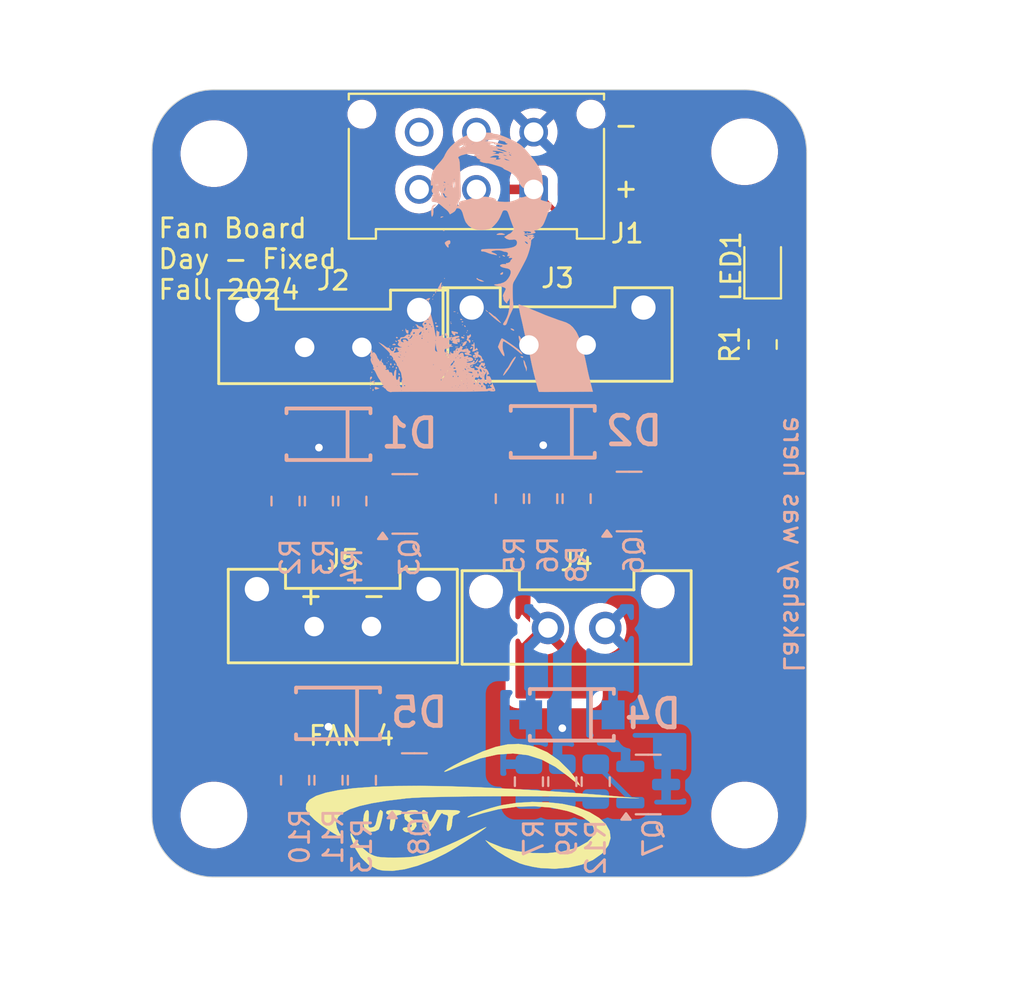
<source format=kicad_pcb>
(kicad_pcb (version 20240108) (generator "pcbnew") (generator_version "8.0")
  (layers (0 "F.Cu" signal) (31 "B.Cu" signal) (34 "B.Paste" user) (35 "F.Paste" user) (36 "B.SilkS" user "B.Silkscreen") (37 "F.SilkS" user "F.Silkscreen") (38 "B.Mask" user) (39 "F.Mask" user) (44 "Edge.Cuts" user))
  (net 0 "")
  (net 1 "/Driver1/FAN-")
  (net 2 "+12V")
  (net 3 "/Driver2/FAN-")
  (net 4 "GNDPWR")
  (net 5 "/Driver3/FAN-")
  (net 6 "/Driver4/FAN-")
  (net 7 "Net-(LED1-K)")
  (net 8 "/FAN1_BPS")
  (net 9 "/FAN2_BPS")
  (net 10 "/FAN3_BPS")
  (net 11 "/FAN4_BPS")
  (net 12 "Net-(Q3-G)")
  (net 13 "Net-(Q6-G)")
  (net 14 "Net-(Q7-G)")
  (net 15 "Net-(Q8-G)")
  (footprint "UTSVT_Connectors:Molex_MicroFit3.0_1x2xP3.00mm_PolarizingPeg_Vertical" (layer "F.Cu") (at 140.646762 71.19561)
    (property "Reference" "J3" (at 1.5 -3.5 0) (layer "F.SilkS"))
    (property "Value" "FAN7")
    (pad "" np_thru_hole circle (at -3 -1.96) (size 1.27 1.27) (drill 1.27) (layers "*.Cu" "*.Mask"))
    (pad "" np_thru_hole circle (at 6 -1.96) (size 1.27 1.27) (drill 1.27) (layers "*.Cu" "*.Mask"))
    (pad "1" thru_hole circle (at 0 0) (size 1.7 1.7) (drill 1.02) (layers "*.Cu" "*.Mask") (net 2 "+12V"))
    (pad "2" thru_hole circle (at 3 0) (size 1.7 1.7) (drill 1.02) (layers "*.Cu" "*.Mask") (net 3 "/Driver2/FAN-"))
  )
  (footprint "MountingHole:MountingHole_3mm" (layer "F.Cu") (at 151.946762 95.82061)
    (property "Reference" "H4" (hide yes))
    (property "Value" "MountingHole")
    (pad "" np_thru_hole circle (at 0 0) (size 3 3) (drill 3) (layers "*.Cu" "*.Mask"))
  )
  (footprint "Resistor_SMD:R_0805_2012Metric" (layer "F.Cu") (at 152.892762 71.17061 -90)
    (property "Reference" "R1" (at 0 1.716 90) (layer "F.SilkS"))
    (property "Value" "10k")
    (pad "1" smd roundrect (at -0.9125 0 270) (size 1.025 1.4) (layers "F.Cu" "F.Paste" "F.Mask") (roundrect_rratio 0.243902) (net 7 "Net-(LED1-K)"))
    (pad "2" smd roundrect (at 0.9125 0 270) (size 1.025 1.4) (layers "F.Cu" "F.Paste" "F.Mask") (roundrect_rratio 0.243902) (net 4 "GNDPWR"))
  )
  (footprint "LED_SMD:LED_0805_2012Metric" (layer "F.Cu") (at 152.892762 67.07061 90)
    (property "Reference" "LED1" (at 0 -1.65 90) (layer "F.SilkS"))
    (property "Value" "STATUS")
    (pad "1" smd roundrect (at -0.9375 0 90) (size 0.975 1.4) (layers "F.Cu" "F.Paste" "F.Mask") (net 7 "Net-(LED1-K)"))
    (pad "2" smd roundrect (at 0.9375 0 90) (size 0.975 1.4) (layers "F.Cu" "F.Paste" "F.Mask") (net 2 "+12V"))
  )
  (footprint "MountingHole:MountingHole_3mm" (layer "F.Cu") (at 151.946762 61.07061)
    (property "Reference" "H2" (hide yes))
    (property "Value" "MountingHole")
    (pad "" np_thru_hole circle (at 0 0) (size 3 3) (drill 3) (layers "*.Cu" "*.Mask"))
  )
  (footprint "MountingHole:MountingHole_3mm" (layer "F.Cu") (at 124.146762 61.17061)
    (property "Reference" "H1" (hide yes))
    (property "Value" "MountingHole")
    (pad "" np_thru_hole circle (at 0 0) (size 3 3) (drill 3) (layers "*.Cu" "*.Mask"))
  )
  (footprint "MountingHole:MountingHole_3mm" (layer "F.Cu") (at 124.146762 95.82061)
    (property "Reference" "H3" (hide yes))
    (property "Value" "MountingHole")
    (pad "" np_thru_hole circle (at 0 0) (size 3 3) (drill 3) (layers "*.Cu" "*.Mask"))
  )
  (footprint "UTSVT_Connectors:Molex_MicroFit3.0_1x2xP3.00mm_PolarizingPeg_Vertical" (layer "F.Cu") (at 141.646762 86.02061)
    (property "Reference" "J4" (at 1.5 -3.5 0) (layer "F.SilkS"))
    (property "Value" "FAN7")
    (pad "" np_thru_hole circle (at -3 -1.96) (size 1.27 1.27) (drill 1.27) (layers "*.Cu" "*.Mask"))
    (pad "" np_thru_hole circle (at 6 -1.96) (size 1.27 1.27) (drill 1.27) (layers "*.Cu" "*.Mask"))
    (pad "1" thru_hole circle (at 0 0) (size 1.7 1.7) (drill 1.02) (layers "*.Cu" "*.Mask") (net 2 "+12V"))
    (pad "2" thru_hole circle (at 3 0) (size 1.7 1.7) (drill 1.02) (layers "*.Cu" "*.Mask") (net 5 "/Driver3/FAN-"))
  )
  (footprint "UTSVT_Special:UTSVT_Logo_Symbol" (layer "F.Cu") (at 137.398762 95.55661)
    (property "Reference" "LOGO2" (hide yes))
    (property "Value" "UTSVT" (hide yes))
  )
  (footprint "UTSVT_Connectors:Molex_MicroFit3.0_1x2xP3.00mm_PolarizingPeg_Vertical" (layer "F.Cu") (at 128.896762 71.32061)
    (property "Reference" "J2" (at 1.5 -3.5 0) (layer "F.SilkS"))
    (property "Value" "FAN7")
    (pad "" np_thru_hole circle (at -3 -1.96) (size 1.27 1.27) (drill 1.27) (layers "*.Cu" "*.Mask"))
    (pad "" np_thru_hole circle (at 6 -1.96) (size 1.27 1.27) (drill 1.27) (layers "*.Cu" "*.Mask"))
    (pad "1" thru_hole circle (at 0 0) (size 1.7 1.7) (drill 1.02) (layers "*.Cu" "*.Mask") (net 2 "+12V"))
    (pad "2" thru_hole circle (at 3 0) (size 1.7 1.7) (drill 1.02) (layers "*.Cu" "*.Mask") (net 1 "/Driver1/FAN-"))
  )
  (footprint "Connector_Molex:Molex_Micro-Fit_3.0_43045-0612_2x03_P3.00mm_Vertical" (layer "F.Cu") (at 140.896762 63.04461 180)
    (property "Reference" "J1" (at -4.9 -2.31 180) (layer "F.SilkS"))
    (property "Value" "LDRBRDConn")
    (pad "" np_thru_hole circle (at -3 3.94 180) (size 1.02 1.02) (drill 1.02) (layers "*.Cu" "*.Mask"))
    (pad "" np_thru_hole circle (at 9 3.94 180) (size 1.02 1.02) (drill 1.02) (layers "*.Cu" "*.Mask"))
    (pad "1" thru_hole roundrect (at 0 0 180) (size 1.5 1.5) (drill 1.02) (layers "*.Cu" "*.Mask") (roundrect_rratio 0.166667) (net 2 "+12V"))
    (pad "2" thru_hole circle (at 3 0 180) (size 1.5 1.5) (drill 1.02) (layers "*.Cu" "*.Mask") (net 8 "/FAN1_BPS"))
    (pad "3" thru_hole circle (at 6 0 180) (size 1.5 1.5) (drill 1.02) (layers "*.Cu" "*.Mask") (net 9 "/FAN2_BPS"))
    (pad "4" thru_hole circle (at 0 3 180) (size 1.5 1.5) (drill 1.02) (layers "*.Cu" "*.Mask") (net 4 "GNDPWR"))
    (pad "5" thru_hole circle (at 3 3 180) (size 1.5 1.5) (drill 1.02) (layers "*.Cu" "*.Mask") (net 10 "/FAN3_BPS"))
    (pad "6" thru_hole circle (at 6 3 180) (size 1.5 1.5) (drill 1.02) (layers "*.Cu" "*.Mask") (net 11 "/FAN4_BPS"))
  )
  (footprint "UTSVT_Connectors:Molex_MicroFit3.0_1x2xP3.00mm_PolarizingPeg_Vertical" (layer "F.Cu") (at 129.396762 85.94561)
    (property "Reference" "J5" (at 1.5 -3.5 0) (layer "F.SilkS"))
    (property "Value" "FAN7")
    (pad "" np_thru_hole circle (at -3 -1.96) (size 1.27 1.27) (drill 1.27) (layers "*.Cu" "*.Mask"))
    (pad "" np_thru_hole circle (at 6 -1.96) (size 1.27 1.27) (drill 1.27) (layers "*.Cu" "*.Mask"))
    (pad "1" thru_hole circle (at 0 0) (size 1.7 1.7) (drill 1.02) (layers "*.Cu" "*.Mask") (net 2 "+12V"))
    (pad "2" thru_hole circle (at 3 0) (size 1.7 1.7) (drill 1.02) (layers "*.Cu" "*.Mask") (net 6 "/Driver4/FAN-"))
  )
  (footprint "Resistor_SMD:R_0805_2012Metric" (layer "B.Cu") (at 141.396762 79.24561 -90)
    (property "Reference" "R6" (at 2.95 -0.25 90) (layer "B.SilkS") (effects (justify mirror)))
    (property "Value" "100k")
    (pad "1" smd roundrect (at -0.9125 0 270) (size 1.025 1.4) (layers "B.Cu" "B.Paste" "B.Mask") (roundrect_rratio 0.243902) (net 4 "GNDPWR"))
    (pad "2" smd roundrect (at 0.9125 0 270) (size 1.025 1.4) (layers "B.Cu" "B.Paste" "B.Mask") (roundrect_rratio 0.243902) (net 9 "/FAN2_BPS"))
  )
  (footprint "Resistor_SMD:R_0805_2012Metric" (layer "B.Cu") (at 131.396762 79.37061 90)
    (property "Reference" "R4" (at -3.45 0 270) (layer "B.SilkS") (effects (justify mirror)))
    (property "Value" "100k")
    (pad "1" smd roundrect (at -0.9125 0 90) (size 1.025 1.4) (layers "B.Cu" "B.Paste" "B.Mask") (roundrect_rratio 0.243902) (net 8 "/FAN1_BPS"))
    (pad "2" smd roundrect (at 0.9125 0 90) (size 1.025 1.4) (layers "B.Cu" "B.Paste" "B.Mask") (roundrect_rratio 0.243902) (net 12 "Net-(Q3-G)"))
  )
  (footprint "Resistor_SMD:R_0805_2012Metric" (layer "B.Cu") (at 128.396762 93.99561 -90)
    (property "Reference" "R10" (at 2.95 -0.25 -90) (layer "B.SilkS") (effects (justify mirror)))
    (property "Value" "100k")
    (pad "1" smd roundrect (at -0.9125 0 270) (size 1.025 1.4) (layers "B.Cu" "B.Paste" "B.Mask") (roundrect_rratio 0.243902) (net 2 "+12V"))
    (pad "2" smd roundrect (at 0.9125 0 270) (size 1.025 1.4) (layers "B.Cu" "B.Paste" "B.Mask") (roundrect_rratio 0.243902) (net 11 "/FAN4_BPS"))
  )
  (footprint "Resistor_SMD:R_0805_2012Metric" (layer "B.Cu") (at 142.396762 94.07061 -90)
    (property "Reference" "R9" (at 2.95 -0.25 90) (layer "B.SilkS") (effects (justify mirror)))
    (property "Value" "100k")
    (pad "1" smd roundrect (at -0.9125 0 270) (size 1.025 1.4) (layers "B.Cu" "B.Paste" "B.Mask") (roundrect_rratio 0.243902) (net 4 "GNDPWR"))
    (pad "2" smd roundrect (at 0.9125 0 270) (size 1.025 1.4) (layers "B.Cu" "B.Paste" "B.Mask") (roundrect_rratio 0.243902) (net 10 "/FAN3_BPS"))
  )
  (footprint "Resistor_SMD:R_0805_2012Metric" (layer "B.Cu") (at 144.146762 94.07061 90)
    (property "Reference" "R12" (at -3.45 0 270) (layer "B.SilkS") (effects (justify mirror)))
    (property "Value" "100k")
    (pad "1" smd roundrect (at -0.9125 0 90) (size 1.025 1.4) (layers "B.Cu" "B.Paste" "B.Mask") (roundrect_rratio 0.243902) (net 10 "/FAN3_BPS"))
    (pad "2" smd roundrect (at 0.9125 0 90) (size 1.025 1.4) (layers "B.Cu" "B.Paste" "B.Mask") (roundrect_rratio 0.243902) (net 14 "Net-(Q7-G)"))
  )
  (footprint "Resistor_SMD:R_0805_2012Metric" (layer "B.Cu") (at 127.896762 79.37061 -90)
    (property "Reference" "R2" (at 2.95 -0.25 -90) (layer "B.SilkS") (effects (justify mirror)))
    (property "Value" "100k")
    (pad "1" smd roundrect (at -0.9125 0 270) (size 1.025 1.4) (layers "B.Cu" "B.Paste" "B.Mask") (roundrect_rratio 0.243902) (net 2 "+12V"))
    (pad "2" smd roundrect (at 0.9125 0 270) (size 1.025 1.4) (layers "B.Cu" "B.Paste" "B.Mask") (roundrect_rratio 0.243902) (net 8 "/FAN1_BPS"))
  )
  (footprint "Resistor_SMD:R_0805_2012Metric" (layer "B.Cu") (at 140.646762 94.07061 -90)
    (property "Reference" "R7" (at 2.95 -0.25 -90) (layer "B.SilkS") (effects (justify mirror)))
    (property "Value" "100k")
    (pad "1" smd roundrect (at -0.9125 0 270) (size 1.025 1.4) (layers "B.Cu" "B.Paste" "B.Mask") (roundrect_rratio 0.243902) (net 2 "+12V"))
    (pad "2" smd roundrect (at 0.9125 0 270) (size 1.025 1.4) (layers "B.Cu" "B.Paste" "B.Mask") (roundrect_rratio 0.243902) (net 10 "/FAN3_BPS"))
  )
  (footprint "UTSVT_Passive:DO-221AC" (layer "B.Cu") (at 130.646762 90.49561 180)
    (property "Reference" "D5" (at -4.25 0.05 180) (layer "B.SilkS") (effects (font (size 1.5 1.5) (thickness 0.25)) (justify mirror)))
    (property "Value" "VSSAF522-M3/H")
    (pad "1" smd rect (at 2.16 0 180) (size 1.2 1.52) (layers "B.Cu" "B.Paste" "B.Mask") (net 2 "+12V"))
    (pad "2" smd rect (at -2.16 0 180) (size 1.2 1.52) (layers "B.Cu" "B.Paste" "B.Mask") (net 6 "/Driver4/FAN-"))
  )
  (footprint "Resistor_SMD:R_0805_2012Metric" (layer "B.Cu") (at 130.146762 93.99561 -90)
    (property "Reference" "R11" (at 2.95 -0.25 90) (layer "B.SilkS") (effects (justify mirror)))
    (property "Value" "100k")
    (pad "1" smd roundrect (at -0.9125 0 270) (size 1.025 1.4) (layers "B.Cu" "B.Paste" "B.Mask") (roundrect_rratio 0.243902) (net 4 "GNDPWR"))
    (pad "2" smd roundrect (at 0.9125 0 270) (size 1.025 1.4) (layers "B.Cu" "B.Paste" "B.Mask") (roundrect_rratio 0.243902) (net 11 "/FAN4_BPS"))
  )
  (footprint "UTSVT_Passive:DO-221AC" (layer "B.Cu") (at 130.146762 75.87061 180)
    (property "Reference" "D1" (at -4.25 0.05 180) (layer "B.SilkS") (effects (font (size 1.5 1.5) (thickness 0.25)) (justify mirror)))
    (property "Value" "VSSAF522-M3/H")
    (pad "1" smd rect (at 2.16 0 180) (size 1.2 1.52) (layers "B.Cu" "B.Paste" "B.Mask") (net 2 "+12V"))
    (pad "2" smd rect (at -2.16 0 180) (size 1.2 1.52) (layers "B.Cu" "B.Paste" "B.Mask") (net 1 "/Driver1/FAN-"))
  )
  (footprint "Package_TO_SOT_SMD:SOT-23" (layer "B.Cu") (at 134.146762 79.52061)
    (property "Reference" "Q3" (at 0.25 2.8 90) (layer "B.SilkS") (effects (justify mirror)))
    (property "Value" "IRLML0030")
    (pad "1" smd roundrect (at -0.9375 0.95) (size 1.475 0.6) (layers "B.Cu" "B.Paste" "B.Mask") (net 12 "Net-(Q3-G)"))
    (pad "2" smd roundrect (at -0.9375 -0.95) (size 1.475 0.6) (layers "B.Cu" "B.Paste" "B.Mask") (net 4 "GNDPWR"))
    (pad "3" smd roundrect (at 0.9375 0) (size 1.475 0.6) (layers "B.Cu" "B.Paste" "B.Mask") (net 1 "/Driver1/FAN-"))
  )
  (footprint "UTSVT_Passive:DO-221AC" (layer "B.Cu") (at 141.896762 75.74561 180)
    (property "Reference" "D2" (at -4.25 0.05 180) (layer "B.SilkS") (effects (font (size 1.5 1.5) (thickness 0.25)) (justify mirror)))
    (property "Value" "VSSAF522-M3/H")
    (pad "1" smd rect (at 2.16 0 180) (size 1.2 1.52) (layers "B.Cu" "B.Paste" "B.Mask") (net 2 "+12V"))
    (pad "2" smd rect (at -2.16 0 180) (size 1.2 1.52) (layers "B.Cu" "B.Paste" "B.Mask") (net 3 "/Driver2/FAN-"))
  )
  (footprint "UTSVT_Special:Hallock_Image_Tiny" (layer "B.Cu") (at 138.637831 66.674467 180)
    (property "Reference" "LOGO1" (hide yes))
    (property "Value" "Hallock" (hide yes))
  )
  (footprint "Package_TO_SOT_SMD:SOT-23" (layer "B.Cu") (at 134.646762 94.14561)
    (property "Reference" "Q8" (at 0.25 2.8 90) (layer "B.SilkS") (effects (justify mirror)))
    (property "Value" "IRLML0030")
    (pad "1" smd roundrect (at -0.9375 0.95) (size 1.475 0.6) (layers "B.Cu" "B.Paste" "B.Mask") (net 15 "Net-(Q8-G)"))
    (pad "2" smd roundrect (at -0.9375 -0.95) (size 1.475 0.6) (layers "B.Cu" "B.Paste" "B.Mask") (net 4 "GNDPWR"))
    (pad "3" smd roundrect (at 0.9375 0) (size 1.475 0.6) (layers "B.Cu" "B.Paste" "B.Mask") (net 6 "/Driver4/FAN-"))
  )
  (footprint "Package_TO_SOT_SMD:SOT-23" (layer "B.Cu") (at 146.896762 94.22061)
    (property "Reference" "Q7" (at 0.25 2.8 90) (layer "B.SilkS") (effects (justify mirror)))
    (property "Value" "IRLML0030")
    (pad "1" smd roundrect (at -0.9375 0.95) (size 1.475 0.6) (layers "B.Cu" "B.Paste" "B.Mask") (net 14 "Net-(Q7-G)"))
    (pad "2" smd roundrect (at -0.9375 -0.95) (size 1.475 0.6) (layers "B.Cu" "B.Paste" "B.Mask") (net 4 "GNDPWR"))
    (pad "3" smd roundrect (at 0.9375 0) (size 1.475 0.6) (layers "B.Cu" "B.Paste" "B.Mask") (net 5 "/Driver3/FAN-"))
  )
  (footprint "Resistor_SMD:R_0805_2012Metric" (layer "B.Cu") (at 129.646762 79.37061 -90)
    (property "Reference" "R3" (at 2.95 -0.25 90) (layer "B.SilkS") (effects (justify mirror)))
    (property "Value" "100k")
    (pad "1" smd roundrect (at -0.9125 0 270) (size 1.025 1.4) (layers "B.Cu" "B.Paste" "B.Mask") (roundrect_rratio 0.243902) (net 4 "GNDPWR"))
    (pad "2" smd roundrect (at 0.9125 0 270) (size 1.025 1.4) (layers "B.Cu" "B.Paste" "B.Mask") (roundrect_rratio 0.243902) (net 8 "/FAN1_BPS"))
  )
  (footprint "Package_TO_SOT_SMD:SOT-23" (layer "B.Cu") (at 145.896762 79.39561)
    (property "Reference" "Q6" (at 0.25 2.8 90) (layer "B.SilkS") (effects (justify mirror)))
    (property "Value" "IRLML0030")
    (pad "1" smd roundrect (at -0.9375 0.95) (size 1.475 0.6) (layers "B.Cu" "B.Paste" "B.Mask") (net 13 "Net-(Q6-G)"))
    (pad "2" smd roundrect (at -0.9375 -0.95) (size 1.475 0.6) (layers "B.Cu" "B.Paste" "B.Mask") (net 4 "GNDPWR"))
    (pad "3" smd roundrect (at 0.9375 0) (size 1.475 0.6) (layers "B.Cu" "B.Paste" "B.Mask") (net 3 "/Driver2/FAN-"))
  )
  (footprint "Resistor_SMD:R_0805_2012Metric" (layer "B.Cu") (at 139.646762 79.24561 -90)
    (property "Reference" "R5" (at 2.95 -0.25 -90) (layer "B.SilkS") (effects (justify mirror)))
    (property "Value" "100k")
    (pad "1" smd roundrect (at -0.9125 0 270) (size 1.025 1.4) (layers "B.Cu" "B.Paste" "B.Mask") (roundrect_rratio 0.243902) (net 2 "+12V"))
    (pad "2" smd roundrect (at 0.9125 0 270) (size 1.025 1.4) (layers "B.Cu" "B.Paste" "B.Mask") (roundrect_rratio 0.243902) (net 9 "/FAN2_BPS"))
  )
  (footprint "Resistor_SMD:R_0805_2012Metric" (layer "B.Cu") (at 143.146762 79.24561 90)
    (property "Reference" "R8" (at -3.45 0 270) (layer "B.SilkS") (effects (justify mirror)))
    (property "Value" "100k")
    (pad "1" smd roundrect (at -0.9125 0 90) (size 1.025 1.4) (layers "B.Cu" "B.Paste" "B.Mask") (roundrect_rratio 0.243902) (net 9 "/FAN2_BPS"))
    (pad "2" smd roundrect (at 0.9125 0 90) (size 1.025 1.4) (layers "B.Cu" "B.Paste" "B.Mask") (roundrect_rratio 0.243902) (net 13 "Net-(Q6-G)"))
  )
  (footprint "UTSVT_Passive:DO-221AC" (layer "B.Cu") (at 142.896762 90.57061 180)
    (property "Reference" "D4" (at -4.25 0.05 180) (layer "B.SilkS") (effects (font (size 1.5 1.5) (thickness 0.25)) (justify mirror)))
    (property "Value" "VSSAF522-M3/H")
    (pad "1" smd rect (at 2.16 0 180) (size 1.2 1.52) (layers "B.Cu" "B.Paste" "B.Mask") (net 2 "+12V"))
    (pad "2" smd rect (at -2.16 0 180) (size 1.2 1.52) (layers "B.Cu" "B.Paste" "B.Mask") (net 5 "/Driver3/FAN-"))
  )
  (footprint "Resistor_SMD:R_0805_2012Metric" (layer "B.Cu") (at 131.896762 93.99561 90)
    (property "Reference" "R13" (at -3.45 0 270) (layer "B.SilkS") (effects (justify mirror)))
    (property "Value" "100k")
    (pad "1" smd roundrect (at -0.9125 0 90) (size 1.025 1.4) (layers "B.Cu" "B.Paste" "B.Mask") (roundrect_rratio 0.243902) (net 11 "/FAN4_BPS"))
    (pad "2" smd roundrect (at 0.9125 0 90) (size 1.025 1.4) (layers "B.Cu" "B.Paste" "B.Mask") (roundrect_rratio 0.243902) (net 15 "Net-(Q8-G)"))
  )
  (gr_line (start 151.946762 57.82061) (end 124.146762 57.82061) (stroke (width 0.05)) (layer "Edge.Cuts"))
  (gr_arc (start 155.196762 95.82061) (mid 154.244859 98.118707) (end 151.946762 99.07061) (stroke (width 0.05)) (layer "Edge.Cuts"))
  (gr_arc (start 151.946762 57.82061) (mid 154.244859 58.772513) (end 155.196762 61.07061) (stroke (width 0.05)) (layer "Edge.Cuts"))
  (gr_arc (start 120.896762 61.07061) (mid 121.848665 58.772513) (end 124.146762 57.82061) (stroke (width 0.05)) (layer "Edge.Cuts"))
  (gr_arc (start 124.146762 99.07061) (mid 121.848665 98.118707) (end 120.896762 95.82061) (stroke (width 0.05)) (layer "Edge.Cuts"))
  (gr_line (start 155.196762 95.82061) (end 155.196762 61.07061) (stroke (width 0.05)) (layer "Edge.Cuts"))
  (gr_line (start 124.146762 99.07061) (end 151.946762 99.07061) (stroke (width 0.05)) (layer "Edge.Cuts"))
  (gr_line (start 120.896762 61.07061) (end 120.896762 95.82061) (stroke (width 0.05)) (layer "Edge.Cuts"))
  (gr_text "Lakshay was here" (at 153.908762 88.44461 -90) (layer "B.SilkS") (effects (font (size 1 1)) (justify left bottom mirror)))
  (gr_text "+" (at 128.508762 84.88861 0) (layer "F.SilkS") (effects (font (size 1 1)) (justify left bottom)))
  (gr_text "-" (at 145.018762 60.25061 0) (layer "F.SilkS") (effects (font (size 1 1)) (justify left bottom)))
  (gr_text "+" (at 145.018762 63.55261 0) (layer "F.SilkS") (effects (font (size 1 1)) (justify left bottom)))
  (gr_text "-" (at 131.810762 84.88861 0) (layer "F.SilkS") (effects (font (size 1 1)) (justify left bottom)))
  (gr_text "FAN 4" (at 129.016762 92.25461 0) (layer "F.SilkS") (effects (font (size 1 1)) (justify left bottom)))
  (gr_text "Fan Board\nDay - Fixed\nFall 2024" (at 121.142762 68.88661 0) (layer "F.SilkS") (effects (font (size 1 1)) (justify left bottom)))
  (segment (start 143.985262 66.13311) (end 140.896762 63.04461) (width 0.25) (layer "F.Cu") (net 2))
  (segment (start 152.892762 66.13311) (end 143.985262 66.13311) (width 0.25) (layer "F.Cu") (net 2))
  (via (at 142.396762 91.27061) (size 0.8) (drill 0.4) (layers "F.Cu" "B.Cu") (net 4))
  (via (at 130.146762 91.19561) (size 0.8) (drill 0.4) (layers "F.Cu" "B.Cu") (net 4))
  (via (at 129.646762 76.57061) (size 0.8) (drill 0.4) (layers "F.Cu" "B.Cu") (net 4))
  (via (at 141.396762 76.44561) (size 0.8) (drill 0.4) (layers "F.Cu" "B.Cu") (net 4))
  (segment (start 152.892762 68.00811) (end 152.892762 70.25811) (width 0.25) (layer "F.Cu") (net 7))
  (segment (start 127.896762 80.28311) (end 129.646762 80.28311) (width 0.25) (layer "B.Cu") (net 8))
  (segment (start 131.396762 80.28311) (end 129.646762 80.28311) (width 0.25) (layer "B.Cu") (net 8))
  (segment (start 139.646762 80.15811) (end 141.396762 80.15811) (width 0.25) (layer "B.Cu") (net 9))
  (segment (start 143.146762 80.15811) (end 141.396762 80.15811) (width 0.25) (layer "B.Cu") (net 9))
  (segment (start 140.646762 94.98311) (end 142.396762 94.98311) (width 0.25) (layer "B.Cu") (net 10))
  (segment (start 144.146762 94.98311) (end 142.396762 94.98311) (width 0.25) (layer "B.Cu") (net 10))
  (segment (start 128.396762 94.90811) (end 130.146762 94.90811) (width 0.25) (layer "B.Cu") (net 11))
  (segment (start 131.896762 94.90811) (end 130.146762 94.90811) (width 0.25) (layer "B.Cu") (net 11))
  (segment (start 131.396762 78.45811) (end 133.209262 80.27061) (width 0.25) (layer "B.Cu") (net 12))
  (segment (start 133.209262 80.27061) (end 133.209262 80.47061) (width 0.25) (layer "B.Cu") (net 12))
  (segment (start 143.146762 78.33311) (end 144.959262 80.14561) (width 0.25) (layer "B.Cu") (net 13))
  (segment (start 144.959262 80.14561) (end 144.959262 80.34561) (width 0.25) (layer "B.Cu") (net 13))
  (segment (start 145.959262 94.97061) (end 145.959262 95.17061) (width 0.25) (layer "B.Cu") (net 14))
  (segment (start 144.146762 93.15811) (end 145.959262 94.97061) (width 0.25) (layer "B.Cu") (net 14))
  (segment (start 131.896762 93.08311) (end 133.709262 94.89561) (width 0.25) (layer "B.Cu") (net 15))
  (segment (start 133.709262 94.89561) (end 133.709262 95.09561) (width 0.25) (layer "B.Cu") (net 15))
  (zone (net 2) (net_name "+12V") (layer "F.Cu") (priority 3) (connect_pads (clearance 0.508)) (min_thickness 0.25) (fill yes (thermal_gap 0.5) (thermal_bridge_width 0.5))
    (polygon (pts (xy 131.302762 71.68061) (xy 127.492762 71.68061) (xy 127.492762 89.20661) (xy 131.048762 89.20661) (xy 131.048762 85.90461) (xy 128.508762 85.90461) (xy 128.508762 73.96661) (xy 131.302762 73.96661)))
  )
  (zone (net 2) (net_name "+12V") (layer "F.Cu") (priority 2) (connect_pads (clearance 0.508)) (min_thickness 0.25) (fill yes (thermal_gap 0.5) (thermal_bridge_width 0.5))
    (polygon (pts (xy 143.748762 71.68061) (xy 140.192762 71.68061) (xy 139.938762 82.85661) (xy 139.938762 89.71461) (xy 144.002762 89.71461) (xy 144.002762 85.90461) (xy 140.700762 85.90461) (xy 140.954762 73.96661) (xy 143.748762 73.96661)))
  )
  (zone (net 2) (net_name "+12V") (layer "F.Cu") (priority 2) (connect_pads (clearance 0.508)) (min_thickness 0.25) (fill yes (thermal_gap 0.5) (thermal_bridge_width 0.5))
    (polygon (pts (xy 143.748762 71.68061) (xy 143.748762 73.96661) (xy 128.000762 73.96661) (xy 128.000762 70.66461) (xy 139.176762 70.66461) (xy 139.430762 61.52061) (xy 142.224762 61.52061) (xy 142.224762 71.68061)))
  )
  (zone (net 4) (net_name "GNDPWR") (layers "F&B.Cu") (connect_pads (clearance 0.508)) (min_thickness 0.25) (fill yes (thermal_gap 0.5) (thermal_bridge_width 0.5) (island_removal_mode 1) (island_area_min 10))
    (polygon (pts (xy 120.896762 57.82061) (xy 155.396762 57.77061) (xy 155.846762 99.32061) (xy 119.946762 100.17061) (xy 120.346762 57.77061) (xy 121.196762 57.82061)))
  )
  (zone (net 2) (net_name "+12V") (layer "B.Cu") (priority 4) (connect_pads (clearance 0.508)) (min_thickness 0.25) (fill yes (thermal_gap 0.5) (thermal_bridge_width 0.5))
    (polygon (pts (xy 142.646762 84.77061) (xy 140.396762 84.77061) (xy 140.396762 89.27061) (xy 139.146762 89.27061) (xy 139.146762 93.77061) (xy 141.646762 93.77061) (xy 141.646762 87.27061) (xy 142.646762 87.27061)))
  )
  (zone (net 5) (net_name "/Driver3/FAN-") (layer "B.Cu") (priority 5) (connect_pads (clearance 0.508)) (min_thickness 0.25) (fill yes (thermal_gap 0.5) (thermal_bridge_width 0.5))
    (polygon (pts (xy 143.646762 84.77061) (xy 143.646762 91.77061) (xy 147.146762 91.77061) (xy 147.146762 95.27061) (xy 148.896762 95.27061) (xy 148.896762 91.52061) (xy 146.146762 91.52061) (xy 146.146762 84.77061)))
  )
)
</source>
